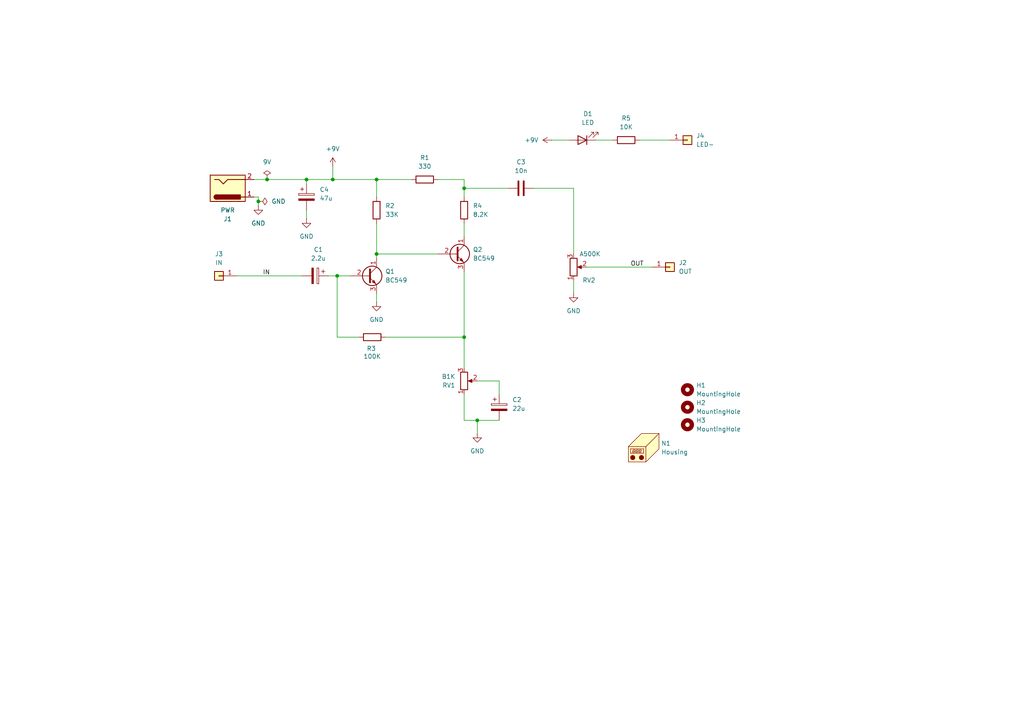
<source format=kicad_sch>
(kicad_sch (version 20231120) (generator "eeschema") (generator_version "8.0")
  (paper "A4")
  (title_block (title "Wilson Fuzz") (company "Barbarach BC"))
  (lib_symbols
    (symbol "Connector:Jack-DC" (pin_names (offset 1.016))
      (property "Reference" "J" (at 0 5.334 0))
      (property "Value" "Jack-DC" (at 0 -5.08 0))
      (symbol "Jack-DC_0_1"
        (rectangle (start -5.08 3.81) (end 5.08 -3.81) (stroke (width 0.254)) (fill (type background)))
        (arc (start -3.302 3.175) (mid -3.9343 2.54) (end -3.302 1.905) (stroke (width 0.254)))
        (arc (start -3.302 3.175) (mid -3.9343 2.54) (end -3.302 1.905) (stroke (width 0.254)) (fill (type outline)))
        (polyline (pts (xy 5.08 2.54) (xy 3.81 2.54)) (stroke (width 0.254)))
        (polyline (pts (xy -3.81 -2.54) (xy -2.54 -2.54) (xy -1.27 -1.27) (xy 0 -2.54) (xy 2.54 -2.54) (xy 5.08 -2.54)) (stroke (width 0.254)))
        (rectangle (start 3.683 3.175) (end -3.302 1.905) (stroke (width 0.254)) (fill (type outline)))
      )
      (symbol "Jack-DC_1_1"
        (pin passive line (at 7.62 2.54 180) (length 2.54) (name "~") (number "1"))
        (pin passive line (at 7.62 -2.54 180) (length 2.54) (name "~") (number "2"))
      )
    )
    (symbol "Connector_Generic:Conn_01x01" (pin_names (offset 1.016) hide)
      (property "Reference" "J" (at 0 2.54 0))
      (property "Value" "Conn_01x01" (at 0 -2.54 0))
      (symbol "Conn_01x01_1_1"
        (rectangle (start -1.27 0.127) (end 0 -0.127) (stroke (width 0.1524)))
        (rectangle (start -1.27 1.27) (end 1.27 -1.27) (stroke (width 0.254)) (fill (type background)))
        (pin passive line (at -5.08 0 0) (length 3.81) (name "Pin_1") (number "1"))
      )
    )
    (symbol "Device:C" (pin_numbers hide) (pin_names (offset 0.254))
      (property "Reference" "C" (at 0.635 2.54 0))
      (property "Value" "C" (at 0.635 -2.54 0))
      (symbol "C_0_1"
        (polyline (pts (xy -2.032 -0.762) (xy 2.032 -0.762)) (stroke (width 0.508)))
        (polyline (pts (xy -2.032 0.762) (xy 2.032 0.762)) (stroke (width 0.508)))
      )
      (symbol "C_1_1"
        (pin passive line (at 0 3.81 270) (length 2.794) (name "~") (number "1"))
        (pin passive line (at 0 -3.81 90) (length 2.794) (name "~") (number "2"))
      )
    )
    (symbol "Device:C_Polarized" (pin_numbers hide) (pin_names (offset 0.254))
      (property "Reference" "C" (at 0.635 2.54 0))
      (property "Value" "C_Polarized" (at 0.635 -2.54 0))
      (symbol "C_Polarized_0_1"
        (rectangle (start -2.286 0.508) (end 2.286 1.016))
        (polyline (pts (xy -1.778 2.286) (xy -0.762 2.286)))
        (polyline (pts (xy -1.27 2.794) (xy -1.27 1.778)))
        (rectangle (start 2.286 -0.508) (end -2.286 -1.016) (fill (type outline)))
      )
      (symbol "C_Polarized_1_1"
        (pin passive line (at 0 3.81 270) (length 2.794) (name "~") (number "1"))
        (pin passive line (at 0 -3.81 90) (length 2.794) (name "~") (number "2"))
      )
    )
    (symbol "Device:LED" (pin_numbers hide) (pin_names (offset 1.016) hide)
      (property "Reference" "D" (at 0 2.54 0))
      (property "Value" "LED" (at 0 -2.54 0))
      (symbol "LED_0_1"
        (polyline (pts (xy -1.27 -1.27) (xy -1.27 1.27)) (stroke (width 0.254)))
        (polyline (pts (xy -1.27 0) (xy 1.27 0)))
        (polyline (pts (xy 1.27 -1.27) (xy 1.27 1.27) (xy -1.27 0) (xy 1.27 -1.27)) (stroke (width 0.254)))
        (polyline (pts (xy -3.048 -0.762) (xy -4.572 -2.286) (xy -3.81 -2.286) (xy -4.572 -2.286) (xy -4.572 -1.524)))
        (polyline (pts (xy -1.778 -0.762) (xy -3.302 -2.286) (xy -2.54 -2.286) (xy -3.302 -2.286) (xy -3.302 -1.524)))
      )
      (symbol "LED_1_1"
        (pin passive line (at -3.81 0 0) (length 2.54) (name "K") (number "1"))
        (pin passive line (at 3.81 0 180) (length 2.54) (name "A") (number "2"))
      )
    )
    (symbol "Device:R" (pin_numbers hide) (pin_names (offset 0))
      (property "Reference" "R" (at 2.032 0 90))
      (property "Value" "R" (at 0 0 90))
      (symbol "R_0_1"
        (rectangle (start -1.016 -2.54) (end 1.016 2.54) (stroke (width 0.254)))
      )
      (symbol "R_1_1"
        (pin passive line (at 0 3.81 270) (length 1.27) (name "~") (number "1"))
        (pin passive line (at 0 -3.81 90) (length 1.27) (name "~") (number "2"))
      )
    )
    (symbol "Device:R_Potentiometer" (pin_names (offset 1.016) hide)
      (property "Reference" "RV" (at -4.445 0 90))
      (property "Value" "R_Potentiometer" (at -2.54 0 90))
      (symbol "R_Potentiometer_0_1"
        (polyline (pts (xy 2.54 0) (xy 1.524 0)))
        (polyline (pts (xy 1.143 0) (xy 2.286 0.508) (xy 2.286 -0.508) (xy 1.143 0)) (fill (type outline)))
        (rectangle (start 1.016 2.54) (end -1.016 -2.54) (stroke (width 0.254)))
      )
      (symbol "R_Potentiometer_1_1"
        (pin passive line (at 0 3.81 270) (length 1.27) (name "1") (number "1"))
        (pin passive line (at 3.81 0 180) (length 1.27) (name "2") (number "2"))
        (pin passive line (at 0 -3.81 90) (length 1.27) (name "3") (number "3"))
      )
    )
    (symbol "Mechanical:Housing" (pin_names (offset 1.016))
      (property "Reference" "N" (at 3.81 0 0))
      (property "Value" "Housing" (at 3.81 -1.905 0))
      (symbol "Housing_0_1"
        (rectangle (start -5.08 -0.635) (end -1.27 -1.905))
        (circle (center -4.445 -3.175) (radius 0.635) (fill (type outline)))
        (circle (center -1.905 -3.175) (radius 0.635) (fill (type outline)))
        (polyline (pts (xy -4.5212 -1.5748) (xy -4.4704 -1.3716)))
        (polyline (pts (xy -4.4196 -1.6764) (xy -4.064 -1.6764)))
        (polyline (pts (xy -4.4196 -1.2192) (xy -4.3688 -0.9652)))
        (polyline (pts (xy -4.318 -1.3208) (xy -4.0132 -1.3208)))
        (polyline (pts (xy -4.2164 -0.9144) (xy -3.9116 -0.9144)))
        (polyline (pts (xy -3.9116 -1.6256) (xy -3.8608 -1.3716)))
        (polyline (pts (xy -3.81 -1.2192) (xy -3.7592 -0.9652)))
        (polyline (pts (xy -3.6068 -1.5748) (xy -3.556 -1.3716)))
        (polyline (pts (xy -3.5052 -1.6764) (xy -3.1496 -1.6764)))
        (polyline (pts (xy -3.5052 -1.2192) (xy -3.4544 -0.9652)))
        (polyline (pts (xy -3.4036 -1.3208) (xy -3.0988 -1.3208)))
        (polyline (pts (xy -3.302 -0.9144) (xy -2.9972 -0.9144)))
        (polyline (pts (xy -2.9972 -1.6256) (xy -2.9464 -1.3716)))
        (polyline (pts (xy -2.8956 -1.2192) (xy -2.8448 -0.9652)))
        (polyline (pts (xy -2.6924 -1.5748) (xy -2.6416 -1.3716)))
        (polyline (pts (xy -2.5908 -1.6764) (xy -2.2352 -1.6764)))
        (polyline (pts (xy -2.5908 -1.2192) (xy -2.54 -0.9652)))
        (polyline (pts (xy -2.4892 -1.3208) (xy -2.1844 -1.3208)))
        (polyline (pts (xy -2.3876 -0.9144) (xy -2.0828 -0.9144)))
        (polyline (pts (xy -2.0828 -1.6256) (xy -2.032 -1.3716)))
        (polyline (pts (xy -1.9812 -1.2192) (xy -1.9304 -0.9652)))
        (polyline (pts (xy -0.635 0) (xy -0.635 -4.445)))
        (polyline (pts (xy -5.715 0) (xy -0.635 0) (xy 3.175 3.81)))
        (polyline (pts (xy -5.715 0) (xy -5.715 -4.445) (xy -0.635 -4.445) (xy 3.175 -0.635) (xy 3.175 3.81) (xy -1.905 3.81) (xy -5.715 0)) (fill (type background)))
      )
    )
    (symbol "Mechanical:MountingHole" (pin_names (offset 1.016))
      (property "Reference" "H" (at 0 5.08 0))
      (property "Value" "MountingHole" (at 0 3.175 0))
      (symbol "MountingHole_0_1"
        (circle (center 0 0) (radius 1.27) (stroke (width 1.27)))
      )
    )
    (symbol "Transistor_BJT:BC549" (pin_names (offset 0) hide)
      (property "Reference" "Q" (at 5.08 1.905 0))
      (property "Value" "BC549" (at 5.08 0 0))
      (symbol "BC549_0_1"
        (polyline (pts (xy 0 0) (xy 0.635 0)))
        (polyline (pts (xy 0.635 0.635) (xy 2.54 2.54)))
        (polyline (pts (xy 0.635 -0.635) (xy 2.54 -2.54) (xy 2.54 -2.54)))
        (polyline (pts (xy 0.635 1.905) (xy 0.635 -1.905) (xy 0.635 -1.905)) (stroke (width 0.508)))
        (polyline (pts (xy 1.27 -1.778) (xy 1.778 -1.27) (xy 2.286 -2.286) (xy 1.27 -1.778) (xy 1.27 -1.778)) (fill (type outline)))
        (circle (center 1.27 0) (radius 2.8194) (stroke (width 0.254)))
      )
      (symbol "BC549_1_1"
        (pin passive line (at 2.54 5.08 270) (length 2.54) (name "C") (number "1"))
        (pin input line (at -5.08 0 0) (length 5.08) (name "B") (number "2"))
        (pin passive line (at 2.54 -5.08 90) (length 2.54) (name "E") (number "3"))
      )
    )
    (symbol "power:+9V" (power) (pin_numbers hide) (pin_names (offset 0) hide)
      (property "Value" "+9V" (at 0 3.556 0))
      (symbol "+9V_0_1"
        (polyline (pts (xy -0.762 1.27) (xy 0 2.54)))
        (polyline (pts (xy 0 0) (xy 0 2.54)))
        (polyline (pts (xy 0 2.54) (xy 0.762 1.27)))
      )
      (symbol "+9V_1_1"
        (pin power_in line (at 0 0 90) (length 0) (name "~") (number "1"))
      )
    )
    (symbol "power:GND" (power) (pin_numbers hide) (pin_names (offset 0) hide)
      (property "Value" "GND" (at 0 -3.81 0))
      (symbol "GND_0_1"
        (polyline (pts (xy 0 0) (xy 0 -1.27) (xy 1.27 -1.27) (xy 0 -2.54) (xy -1.27 -1.27) (xy 0 -1.27)))
      )
      (symbol "GND_1_1"
        (pin power_in line (at 0 0 270) (length 0) (name "~") (number "1"))
      )
    )
    (symbol "power:PWR_FLAG" (power) (pin_numbers hide) (pin_names (offset 0) hide)
      (property "Value" "PWR_FLAG" (at 0 3.81 0))
      (symbol "PWR_FLAG_0_0"
        (pin power_out line (at 0 0 90) (length 0) (name "~") (number "1"))
      )
      (symbol "PWR_FLAG_0_1"
        (polyline (pts (xy 0 0) (xy 0 1.27) (xy -1.016 1.905) (xy 0 2.54) (xy 1.016 1.905) (xy 0 1.27)))
      )
    )
  )
  (junction (at 134.62 54.61))
  (junction (at 96.52 52.07))
  (junction (at 88.9 52.07))
  (junction (at 134.62 97.79))
  (junction (at 138.43 121.92))
  (junction (at 109.22 52.07))
  (junction (at 97.79 80.01))
  (junction (at 77.47 52.07))
  (junction (at 109.22 73.66))
  (junction (at 74.93 58.42))
  (wire (pts (xy 97.79 97.79) (xy 97.79 80.01)))
  (wire (pts (xy 109.22 52.07) (xy 119.38 52.07)))
  (wire (pts (xy 88.9 60.96) (xy 88.9 63.5)))
  (wire (pts (xy 109.22 73.66) (xy 127 73.66)))
  (wire (pts (xy 134.62 97.79) (xy 134.62 106.68)))
  (wire (pts (xy 97.79 80.01) (xy 101.6 80.01)))
  (wire (pts (xy 88.9 52.07) (xy 96.52 52.07)))
  (wire (pts (xy 74.93 58.42) (xy 74.93 59.69)))
  (wire (pts (xy 74.93 57.15) (xy 74.93 58.42)))
  (wire (pts (xy 134.62 121.92) (xy 138.43 121.92)))
  (wire (pts (xy 109.22 57.15) (xy 109.22 52.07)))
  (wire (pts (xy 134.62 54.61) (xy 134.62 57.15)))
  (wire (pts (xy 160.02 40.64) (xy 165.1 40.64)))
  (wire (pts (xy 96.52 52.07) (xy 109.22 52.07)))
  (wire (pts (xy 134.62 78.74) (xy 134.62 97.79)))
  (wire (pts (xy 109.22 73.66) (xy 109.22 74.93)))
  (wire (pts (xy 172.72 40.64) (xy 177.8 40.64)))
  (wire (pts (xy 138.43 121.92) (xy 138.43 125.73)))
  (wire (pts (xy 166.37 54.61) (xy 166.37 73.66)))
  (wire (pts (xy 185.42 40.64) (xy 194.31 40.64)))
  (wire (pts (xy 138.43 110.49) (xy 144.78 110.49)))
  (wire (pts (xy 166.37 81.28) (xy 166.37 85.09)))
  (wire (pts (xy 111.76 97.79) (xy 134.62 97.79)))
  (wire (pts (xy 127 52.07) (xy 134.62 52.07)))
  (wire (pts (xy 170.18 77.47) (xy 189.23 77.47)))
  (wire (pts (xy 73.66 57.15) (xy 74.93 57.15)))
  (wire (pts (xy 95.25 80.01) (xy 97.79 80.01)))
  (wire (pts (xy 154.94 54.61) (xy 166.37 54.61)))
  (wire (pts (xy 96.52 48.26) (xy 96.52 52.07)))
  (wire (pts (xy 73.66 52.07) (xy 77.47 52.07)))
  (wire (pts (xy 134.62 64.77) (xy 134.62 68.58)))
  (wire (pts (xy 88.9 53.34) (xy 88.9 52.07)))
  (wire (pts (xy 144.78 110.49) (xy 144.78 114.3)))
  (wire (pts (xy 104.14 97.79) (xy 97.79 97.79)))
  (wire (pts (xy 134.62 54.61) (xy 147.32 54.61)))
  (wire (pts (xy 138.43 121.92) (xy 144.78 121.92)))
  (wire (pts (xy 134.62 52.07) (xy 134.62 54.61)))
  (wire (pts (xy 68.58 80.01) (xy 87.63 80.01)))
  (wire (pts (xy 77.47 52.07) (xy 88.9 52.07)))
  (wire (pts (xy 109.22 85.09) (xy 109.22 87.63)))
  (wire (pts (xy 134.62 114.3) (xy 134.62 121.92)))
  (wire (pts (xy 109.22 64.77) (xy 109.22 73.66)))
  (label "IN" (at 76.2 80.01 0))
  (label "OUT" (at 182.88 77.47 0))
  (symbol (lib_id "Device:C_Polarized") (at 88.9 57.15 0) (unit 1)
    (property "Reference" "C4" (at 92.71 54.9909 0) (effects (justify left)))
    (property "Value" "47u" (at 92.71 57.5309 0) (effects (justify left)))
    (property "Footprint" "Capacitor_THT:CP_Radial_D5.0mm_P2.00mm" (effects (hide yes)))
    (property "Description" "Polarized capacitor" (effects (hide yes)))
  )
  (symbol (lib_id "Device:R") (at 181.61 40.64 90) (unit 1)
    (property "Reference" "R5" (at 181.61 34.29 90))
    (property "Value" "10K" (at 181.61 36.83 90))
    (property "Footprint" "Resistor_THT:R_Axial_DIN0207_L6.3mm_D2.5mm_P7.62mm_Horizontal" (effects (hide yes)))
    (property "Description" "Resistor" (effects (hide yes)))
  )
  (symbol (lib_id "Device:R_Potentiometer") (at 166.37 77.47 0) (mirror x) (unit 1)
    (property "Reference" "RV2" (at 172.72 81.28 0) (effects (justify right)))
    (property "Value" "A500K" (at 174.244 73.66 0) (effects (justify right)))
    (property "Footprint" "Footprints:PDB181K420K102B" (effects (hide yes)))
    (property "Description" "Potentiometer" (effects (hide yes)))
  )
  (symbol (lib_id "Connector_Generic:Conn_01x01") (at 194.31 77.47 0) (unit 1)
    (property "Reference" "J2" (at 196.85 76.1999 0) (effects (justify left)))
    (property "Value" "OUT" (at 196.85 78.7399 0) (effects (justify left)))
    (property "Footprint" "Connector_PinHeader_2.54mm:PinHeader_1x01_P2.54mm_Vertical" (effects (hide yes)))
    (property "Description" "Generic connector, single row, 01x01, script generated (kicad-library-utils/schlib/autogen/connector/)" (effects (hide yes)))
  )
  (symbol (lib_id "Device:R") (at 109.22 60.96 0) (unit 1)
    (property "Reference" "R2" (at 111.76 59.6899 0) (effects (justify left)))
    (property "Value" "33K" (at 111.76 62.2299 0) (effects (justify left)))
    (property "Footprint" "Resistor_THT:R_Axial_DIN0207_L6.3mm_D2.5mm_P7.62mm_Horizontal" (effects (hide yes)))
    (property "Description" "Resistor" (effects (hide yes)))
  )
  (symbol (lib_id "power:GND") (at 166.37 85.09 0) (unit 1)
    (property "Reference" "#PWR01" (effects (hide yes)))
    (property "Value" "GND" (at 166.37 90.17 0))
    (property "Description" "Power symbol creates a global label with name \"GND\" , ground" (effects (hide yes)))
  )
  (symbol (lib_id "Connector_Generic:Conn_01x01") (at 63.5 80.01 180) (unit 1)
    (property "Reference" "J3" (at 63.5 73.66 0))
    (property "Value" "IN" (at 63.5 76.2 0))
    (property "Footprint" "Connector_PinHeader_2.54mm:PinHeader_1x01_P2.54mm_Vertical" (effects (hide yes)))
    (property "Description" "Generic connector, single row, 01x01, script generated (kicad-library-utils/schlib/autogen/connector/)" (effects (hide yes)))
  )
  (symbol (lib_id "Device:LED") (at 168.91 40.64 180) (unit 1)
    (property "Reference" "D1" (at 170.4975 33.02 0))
    (property "Value" "LED" (at 170.4975 35.56 0))
    (property "Footprint" "LED_THT:LED_D3.0mm" (effects (hide yes)))
    (property "Description" "Light emitting diode" (effects (hide yes)))
  )
  (symbol (lib_id "Transistor_BJT:BC549") (at 132.08 73.66 0) (unit 1)
    (property "Reference" "Q2" (at 137.16 72.3899 0) (effects (justify left)))
    (property "Value" "BC549" (at 137.16 74.9299 0) (effects (justify left)))
    (property "Footprint" "Package_TO_SOT_THT:TO-92_Inline_Wide" (effects (hide yes)))
    (property "Datasheet" "https://www.onsemi.com/pub/Collateral/BC550-D.pdf" (effects (hide yes)))
    (property "Description" "0.1A Ic, 30V Vce, Small Signal NPN Transistor, TO-92" (effects (hide yes)))
  )
  (symbol (lib_id "power:GND") (at 138.43 125.73 0) (unit 1)
    (property "Reference" "#PWR02" (effects (hide yes)))
    (property "Value" "GND" (at 138.43 130.81 0))
    (property "Description" "Power symbol creates a global label with name \"GND\" , ground" (effects (hide yes)))
  )
  (symbol (lib_id "power:GND") (at 88.9 63.5 0) (unit 1)
    (property "Reference" "#PWR05" (effects (hide yes)))
    (property "Value" "GND" (at 88.9 68.58 0))
    (property "Description" "Power symbol creates a global label with name \"GND\" , ground" (effects (hide yes)))
  )
  (symbol (lib_id "Mechanical:MountingHole") (at 199.39 123.19 0) (unit 1)
    (property "Reference" "H3" (at 201.93 121.9199 0) (effects (justify left)))
    (property "Value" "MountingHole" (at 201.93 124.4599 0) (effects (justify left)))
    (property "Footprint" "MountingHole:MountingHole_4mm" (effects (hide yes)))
    (property "Description" "Mounting Hole without connection" (effects (hide yes)))
  )
  (symbol (lib_id "Mechanical:Housing") (at 187.96 129.54 0) (unit 1)
    (property "Reference" "N1" (at 191.77 128.5874 0) (effects (justify left)))
    (property "Value" "Housing" (at 191.77 131.1274 0) (effects (justify left)))
    (property "Footprint" "Logos:Barbarach_Smaller" (effects (hide yes)))
    (property "Description" "Housing" (effects (hide yes)))
  )
  (symbol (lib_id "Device:R") (at 123.19 52.07 90) (unit 1)
    (property "Reference" "R1" (at 123.19 45.72 90))
    (property "Value" "330" (at 123.19 48.26 90))
    (property "Footprint" "Resistor_THT:R_Axial_DIN0207_L6.3mm_D2.5mm_P7.62mm_Horizontal" (effects (hide yes)))
    (property "Description" "Resistor" (effects (hide yes)))
  )
  (symbol (lib_id "Device:R") (at 134.62 60.96 0) (unit 1)
    (property "Reference" "R4" (at 137.16 59.6899 0) (effects (justify left)))
    (property "Value" "8.2K" (at 137.16 62.2299 0) (effects (justify left)))
    (property "Footprint" "Resistor_THT:R_Axial_DIN0207_L6.3mm_D2.5mm_P7.62mm_Horizontal" (effects (hide yes)))
    (property "Description" "Resistor" (effects (hide yes)))
  )
  (symbol (lib_id "power:PWR_FLAG") (at 77.47 52.07 0) (unit 1)
    (property "Reference" "#FLG01" (effects (hide yes)))
    (property "Value" "9V" (at 77.47 46.99 0))
    (property "Description" "Special symbol for telling ERC where power comes from" (effects (hide yes)))
  )
  (symbol (lib_id "power:GND") (at 74.93 59.69 0) (unit 1)
    (property "Reference" "#PWR08" (effects (hide yes)))
    (property "Value" "GND" (at 74.93 64.77 0))
    (property "Description" "Power symbol creates a global label with name \"GND\" , ground" (effects (hide yes)))
  )
  (symbol (lib_id "Connector_Generic:Conn_01x01") (at 199.39 40.64 0) (unit 1)
    (property "Reference" "J4" (at 201.93 39.3699 0) (effects (justify left)))
    (property "Value" "LED-" (at 201.93 41.9099 0) (effects (justify left)))
    (property "Footprint" "Connector_PinHeader_2.54mm:PinHeader_1x01_P2.54mm_Vertical" (effects (hide yes)))
    (property "Description" "Generic connector, single row, 01x01, script generated (kicad-library-utils/schlib/autogen/connector/)" (effects (hide yes)))
  )
  (symbol (lib_id "Device:R") (at 107.95 97.79 90) (unit 1)
    (property "Reference" "R3" (at 107.696 101.092 90))
    (property "Value" "100K" (at 107.95 103.378 90))
    (property "Footprint" "Resistor_THT:R_Axial_DIN0207_L6.3mm_D2.5mm_P7.62mm_Horizontal" (effects (hide yes)))
    (property "Description" "Resistor" (effects (hide yes)))
  )
  (symbol (lib_id "Mechanical:MountingHole") (at 199.39 113.03 0) (unit 1)
    (property "Reference" "H1" (at 201.93 111.7599 0) (effects (justify left)))
    (property "Value" "MountingHole" (at 201.93 114.2999 0) (effects (justify left)))
    (property "Footprint" "MountingHole:MountingHole_4mm" (effects (hide yes)))
    (property "Description" "Mounting Hole without connection" (effects (hide yes)))
  )
  (symbol (lib_id "Mechanical:MountingHole") (at 199.39 118.11 0) (unit 1)
    (property "Reference" "H2" (at 201.93 116.8399 0) (effects (justify left)))
    (property "Value" "MountingHole" (at 201.93 119.3799 0) (effects (justify left)))
    (property "Footprint" "MountingHole:MountingHole_4mm" (effects (hide yes)))
    (property "Description" "Mounting Hole without connection" (effects (hide yes)))
  )
  (symbol (lib_id "power:+9V") (at 160.02 40.64 90) (unit 1)
    (property "Reference" "#PWR06" (effects (hide yes)))
    (property "Value" "+9V" (at 156.21 40.6399 90) (effects (justify left)))
    (property "Description" "Power symbol creates a global label with name \"+9V\"" (effects (hide yes)))
  )
  (symbol (lib_id "Device:C_Polarized") (at 144.78 118.11 0) (unit 1)
    (property "Reference" "C2" (at 148.59 115.9509 0) (effects (justify left)))
    (property "Value" "22u" (at 148.59 118.4909 0) (effects (justify left)))
    (property "Footprint" "Capacitor_THT:CP_Radial_D5.0mm_P2.00mm" (effects (hide yes)))
    (property "Description" "Polarized capacitor" (effects (hide yes)))
  )
  (symbol (lib_id "Device:C_Polarized") (at 91.44 80.01 270) (unit 1)
    (property "Reference" "C1" (at 92.329 72.39 90))
    (property "Value" "2.2u" (at 92.329 74.93 90))
    (property "Footprint" "Capacitor_THT:CP_Radial_D5.0mm_P2.00mm" (effects (hide yes)))
    (property "Description" "Polarized capacitor" (effects (hide yes)))
  )
  (symbol (lib_id "Device:R_Potentiometer") (at 134.62 110.49 0) (mirror x) (unit 1)
    (property "Reference" "RV1" (at 132.08 111.7601 0) (effects (justify right)))
    (property "Value" "B1K" (at 132.08 109.2201 0) (effects (justify right)))
    (property "Footprint" "Footprints:PDB181K420K102B" (effects (hide yes)))
    (property "Description" "Potentiometer" (effects (hide yes)))
  )
  (symbol (lib_id "power:+9V") (at 96.52 48.26 0) (unit 1)
    (property "Reference" "#PWR04" (effects (hide yes)))
    (property "Value" "+9V" (at 96.52 43.18 0))
    (property "Description" "Power symbol creates a global label with name \"+9V\"" (effects (hide yes)))
  )
  (symbol (lib_id "power:GND") (at 109.22 87.63 0) (unit 1)
    (property "Reference" "#PWR03" (effects (hide yes)))
    (property "Value" "GND" (at 109.22 92.71 0))
    (property "Description" "Power symbol creates a global label with name \"GND\" , ground" (effects (hide yes)))
  )
  (symbol (lib_id "Device:C") (at 151.13 54.61 90) (unit 1)
    (property "Reference" "C3" (at 151.13 46.99 90))
    (property "Value" "10n" (at 151.13 49.53 90))
    (property "Footprint" "Capacitor_THT:C_Rect_L7.2mm_W2.5mm_P5.00mm_FKS2_FKP2_MKS2_MKP2" (effects (hide yes)))
    (property "Description" "Unpolarized capacitor" (effects (hide yes)))
  )
  (symbol (lib_id "power:PWR_FLAG") (at 74.93 58.42 270) (unit 1)
    (property "Reference" "#FLG02" (effects (hide yes)))
    (property "Value" "GND" (at 78.74 58.4199 90) (effects (justify left)))
    (property "Description" "Special symbol for telling ERC where power comes from" (effects (hide yes)))
  )
  (symbol (lib_id "Connector:Jack-DC") (at 66.04 54.61 0) (mirror x) (unit 1)
    (property "Reference" "J1" (at 66.04 63.5 0))
    (property "Value" "PWR" (at 66.04 60.96 0))
    (property "Footprint" "Connector_PinHeader_2.54mm:PinHeader_1x02_P2.54mm_Vertical" (effects (hide yes)))
    (property "Description" "DC Barrel Jack" (effects (hide yes)))
  )
  (symbol (lib_id "Transistor_BJT:BC549") (at 106.68 80.01 0) (unit 1)
    (property "Reference" "Q1" (at 111.76 78.7399 0) (effects (justify left)))
    (property "Value" "BC549" (at 111.76 81.2799 0) (effects (justify left)))
    (property "Footprint" "Package_TO_SOT_THT:TO-92_Inline_Wide" (effects (hide yes)))
    (property "Datasheet" "https://www.onsemi.com/pub/Collateral/BC550-D.pdf" (effects (hide yes)))
    (property "Description" "0.1A Ic, 30V Vce, Small Signal NPN Transistor, TO-92" (effects (hide yes)))
  )
)
</source>
